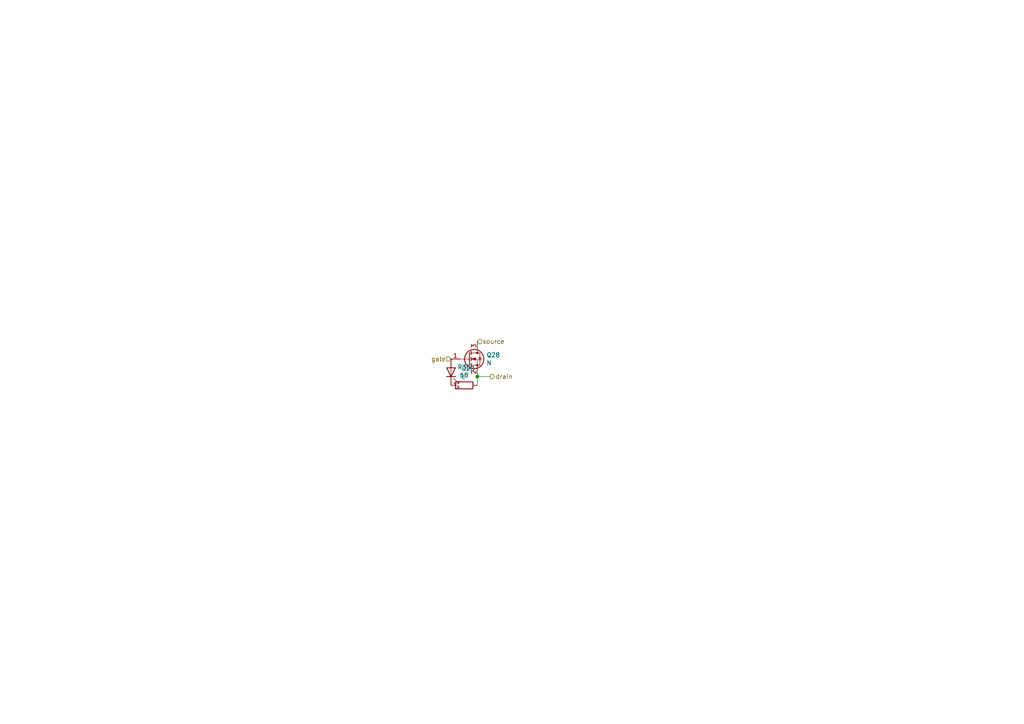
<source format=kicad_sch>
(kicad_sch (version 20210621) (generator eeschema)
  (paper "A4")
  (lib_symbols
    (symbol "Device:LED" (pin_numbers hide) (pin_names (offset 1.016) hide)
      (property "Reference" "D" (at 0 2.54 0))
      (property "Value" "LED" (at 0 -2.54 0))
      (symbol "LED_0_1"
        (polyline (pts (xy -1.27 -1.27) (xy -1.27 1.27)) (stroke (width 0.254)))
        (polyline (pts (xy -1.27 0) (xy 1.27 0)))
        (polyline (pts (xy 1.27 -1.27) (xy 1.27 1.27) (xy -1.27 0) (xy 1.27 -1.27)) (stroke (width 0.254)))
        (polyline (pts (xy -3.048 -0.762) (xy -4.572 -2.286) (xy -3.81 -2.286) (xy -4.572 -2.286) (xy -4.572 -1.524)))
        (polyline (pts (xy -1.778 -0.762) (xy -3.302 -2.286) (xy -2.54 -2.286) (xy -3.302 -2.286) (xy -3.302 -1.524)))
      )
      (symbol "LED_1_1"
        (pin passive line (at -3.81 0 0) (length 2.54) (name "K") (number "1"))
        (pin passive line (at 3.81 0 180) (length 2.54) (name "A") (number "2"))
      )
    )
    (symbol "Device:Q_NMOS_GSD" (pin_names (offset 0) hide)
      (property "Reference" "Q" (at 5.08 1.27 0))
      (property "Value" "Q_NMOS_GSD" (at 5.08 -1.27 0))
      (symbol "Q_NMOS_GSD_0_1"
        (polyline (pts (xy 0.254 0) (xy -2.54 0)))
        (polyline (pts (xy 0.254 1.905) (xy 0.254 -1.905)) (stroke (width 0.254)))
        (polyline (pts (xy 0.762 -1.27) (xy 0.762 -2.286)) (stroke (width 0.254)))
        (polyline (pts (xy 0.762 0.508) (xy 0.762 -0.508)) (stroke (width 0.254)))
        (polyline (pts (xy 0.762 2.286) (xy 0.762 1.27)) (stroke (width 0.254)))
        (polyline (pts (xy 2.54 2.54) (xy 2.54 1.778)))
        (polyline (pts (xy 2.54 -2.54) (xy 2.54 0) (xy 0.762 0)))
        (polyline (pts (xy 0.762 -1.778) (xy 3.302 -1.778) (xy 3.302 1.778) (xy 0.762 1.778)))
        (polyline (pts (xy 1.016 0) (xy 2.032 0.381) (xy 2.032 -0.381) (xy 1.016 0)) (fill (type outline)))
        (polyline (pts (xy 2.794 0.508) (xy 2.921 0.381) (xy 3.683 0.381) (xy 3.81 0.254)))
        (polyline (pts (xy 3.302 0.381) (xy 2.921 -0.254) (xy 3.683 -0.254) (xy 3.302 0.381)))
        (circle (center 1.651 0) (radius 2.794) (stroke (width 0.254)))
        (circle (center 2.54 -1.778) (radius 0.254) (fill (type outline)))
        (circle (center 2.54 1.778) (radius 0.254) (fill (type outline)))
      )
      (symbol "Q_NMOS_GSD_1_1"
        (pin input line (at -5.08 0 0) (length 2.54) (name "G") (number "1"))
        (pin passive line (at 2.54 -5.08 90) (length 2.54) (name "S") (number "2"))
        (pin passive line (at 2.54 5.08 270) (length 2.54) (name "D") (number "3"))
      )
    )
    (symbol "Device:R" (pin_numbers hide) (pin_names (offset 0))
      (property "Reference" "R" (at 2.032 0 90))
      (property "Value" "R" (at 0 0 90))
      (symbol "R_0_1"
        (rectangle (start -1.016 -2.54) (end 1.016 2.54) (stroke (width 0.254)))
      )
      (symbol "R_1_1"
        (pin passive line (at 0 3.81 270) (length 1.27) (name "~") (number "1"))
        (pin passive line (at 0 -3.81 90) (length 1.27) (name "~") (number "2"))
      )
    )
  )
  (junction (at 138.43 109.22))
  (wire (pts (xy 138.43 111.76) (xy 138.43 109.22)))
  (wire (pts (xy 142.24 109.22) (xy 138.43 109.22)))
  (hierarchical_label "drain" (shape output) (at 142.24 109.22 0))
  (hierarchical_label "source" (shape input) (at 138.43 99.06 0))
  (hierarchical_label "gate" (shape input) (at 130.81 104.14 180))
  (symbol (lib_id "Device:Q_NMOS_GSD") (at 135.89 104.14 0)
    (property "Reference" "Q28" (at 141.0716 102.9716 0) (effects (justify left)))
    (property "Value" "N" (at 141.0716 105.283 0) (effects (justify left)))
    (property "Footprint" "Package_TO_SOT_SMD:SOT-523" (effects hide))
  )
  (symbol (lib_id "Device:LED") (at 130.81 107.95 90)
    (property "Reference" "D28" (at 133.8072 106.9594 90) (effects (justify right)))
    (property "Value" "L" (at 133.8072 109.2708 90) (effects (justify right)))
    (property "Footprint" "LED_SMD:LED_0402_1005Metric" (effects hide))
  )
  (symbol (lib_id "Device:R") (at 134.62 111.76 270)
    (property "Reference" "R36" (at 134.62 106.5022 90))
    (property "Value" "68" (at 134.62 108.8136 90))
    (property "Footprint" "Resistor_SMD:R_0402_1005Metric" (effects hide))
  )
)
</source>
